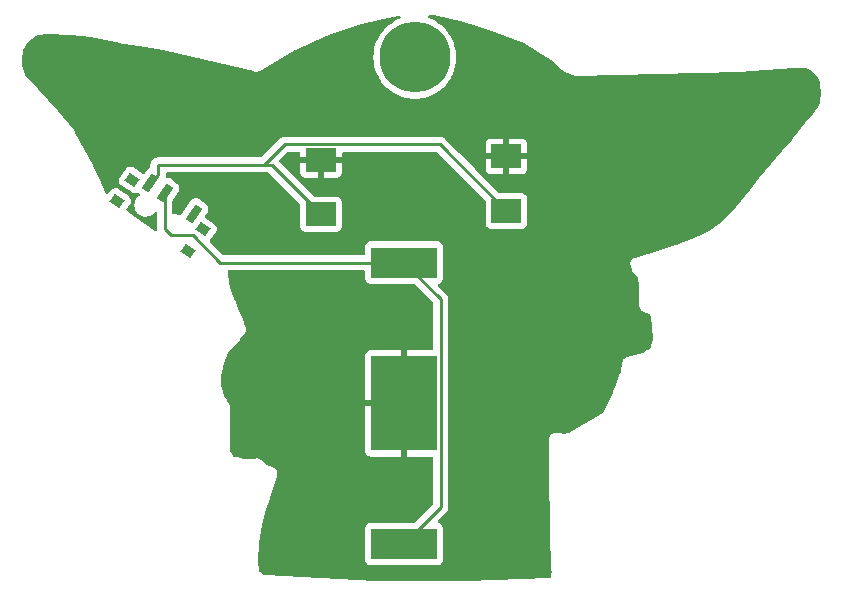
<source format=gbr>
%TF.GenerationSoftware,KiCad,Pcbnew,(6.0.0)*%
%TF.CreationDate,2022-03-29T21:45:28-05:00*%
%TF.ProjectId,Grogu,47726f67-752e-46b6-9963-61645f706362,rev?*%
%TF.SameCoordinates,Original*%
%TF.FileFunction,Copper,L2,Bot*%
%TF.FilePolarity,Positive*%
%FSLAX46Y46*%
G04 Gerber Fmt 4.6, Leading zero omitted, Abs format (unit mm)*
G04 Created by KiCad (PCBNEW (6.0.0)) date 2022-03-29 21:45:28*
%MOMM*%
%LPD*%
G01*
G04 APERTURE LIST*
G04 Aperture macros list*
%AMRotRect*
0 Rectangle, with rotation*
0 The origin of the aperture is its center*
0 $1 length*
0 $2 width*
0 $3 Rotation angle, in degrees counterclockwise*
0 Add horizontal line*
21,1,$1,$2,0,0,$3*%
G04 Aperture macros list end*
%TA.AperFunction,SMDPad,CuDef*%
%ADD10RotRect,1.000000X0.800000X145.000000*%
%TD*%
%TA.AperFunction,SMDPad,CuDef*%
%ADD11RotRect,0.700000X1.500000X145.000000*%
%TD*%
%TA.AperFunction,SMDPad,CuDef*%
%ADD12R,5.560000X2.600000*%
%TD*%
%TA.AperFunction,SMDPad,CuDef*%
%ADD13R,5.560000X8.000000*%
%TD*%
%TA.AperFunction,SMDPad,CuDef*%
%ADD14R,2.500000X2.000000*%
%TD*%
%TA.AperFunction,ViaPad*%
%ADD15C,0.800000*%
%TD*%
%TA.AperFunction,ViaPad*%
%ADD16C,6.000000*%
%TD*%
%TA.AperFunction,Conductor*%
%ADD17C,0.250000*%
%TD*%
G04 APERTURE END LIST*
D10*
%TO.P,SW1,*%
%TO.N,*%
X116182110Y-93560859D03*
X122161920Y-97747967D03*
X114914506Y-95371185D03*
X120894316Y-99558293D03*
D11*
%TO.P,SW1,1,A*%
%TO.N,unconnected-(SW1-Pad1)*%
X121387931Y-96412512D03*
%TO.P,SW1,2,B*%
%TO.N,Net-(BT1-Pad1)*%
X118930475Y-94691782D03*
%TO.P,SW1,3,C*%
%TO.N,Net-(D1-Pad2)*%
X117701747Y-93831418D03*
%TD*%
D12*
%TO.P,BT1,1,+*%
%TO.N,Net-(BT1-Pad1)*%
X139175000Y-124380000D03*
X139175000Y-100570000D03*
D13*
%TO.P,BT1,2,-*%
%TO.N,GND*%
X139175000Y-112475000D03*
%TD*%
D14*
%TO.P,D2,1,K*%
%TO.N,GND*%
X132150000Y-91875000D03*
%TO.P,D2,2,A*%
%TO.N,Net-(D1-Pad2)*%
X132150000Y-96475000D03*
%TD*%
%TO.P,D1,1,K*%
%TO.N,GND*%
X147850000Y-91575000D03*
%TO.P,D1,2,A*%
%TO.N,Net-(D1-Pad2)*%
X147850000Y-96175000D03*
%TD*%
D15*
%TO.N,GND*%
X173325000Y-85900000D03*
X151250000Y-126725000D03*
X127750000Y-126050000D03*
X109275000Y-83375000D03*
D16*
%TO.N,*%
X140100000Y-83175000D03*
%TD*%
D17*
%TO.N,Net-(BT1-Pad1)*%
X119422544Y-98248558D02*
X118930475Y-97756489D01*
X139175000Y-124380000D02*
X142279511Y-121275489D01*
X118930475Y-97756489D02*
X118930475Y-94691782D01*
X123620000Y-100570000D02*
X121298558Y-98248558D01*
X142279511Y-121275489D02*
X142279511Y-103674511D01*
X139175000Y-100570000D02*
X123620000Y-100570000D01*
X142279511Y-103674511D02*
X139175000Y-100570000D01*
X121298558Y-98248558D02*
X119422544Y-98248558D01*
%TO.N,Net-(D1-Pad2)*%
X118340258Y-92292907D02*
X118357093Y-92292907D01*
X142225489Y-90550489D02*
X147850000Y-96175000D01*
X118357093Y-92292907D02*
X118357093Y-93176072D01*
X118357093Y-92292907D02*
X127332093Y-92292907D01*
X129074511Y-90550489D02*
X142225489Y-90550489D01*
X127332093Y-92292907D02*
X129074511Y-90550489D01*
X127332093Y-92292907D02*
X127967907Y-92292907D01*
X118357093Y-93176072D02*
X117701747Y-93831418D01*
X127967907Y-92292907D02*
X132150000Y-96475000D01*
%TD*%
%TA.AperFunction,Conductor*%
%TO.N,GND*%
G36*
X141451064Y-79629904D02*
G01*
X141727974Y-79632376D01*
X141754470Y-79635437D01*
X143890818Y-80115515D01*
X143899786Y-80117880D01*
X144783515Y-80386155D01*
X146656186Y-80954645D01*
X146664529Y-80957500D01*
X147696173Y-81351400D01*
X149336987Y-81977892D01*
X149358538Y-81988579D01*
X150549706Y-82728722D01*
X151819849Y-83517937D01*
X151842445Y-83535865D01*
X152469524Y-84162944D01*
X152477445Y-84171641D01*
X152505249Y-84205192D01*
X152512681Y-84210215D01*
X152512687Y-84210220D01*
X152552707Y-84237266D01*
X152557719Y-84240834D01*
X152596351Y-84269787D01*
X152596357Y-84269791D01*
X152603538Y-84275172D01*
X152632744Y-84286121D01*
X152648016Y-84291846D01*
X152657436Y-84295821D01*
X153419377Y-84654382D01*
X153423900Y-84656851D01*
X153427549Y-84659936D01*
X153435749Y-84663572D01*
X153435752Y-84663574D01*
X153489214Y-84687280D01*
X153491765Y-84688446D01*
X153516700Y-84700180D01*
X153520810Y-84701440D01*
X153525992Y-84703589D01*
X153552364Y-84715283D01*
X153560573Y-84718923D01*
X153579503Y-84721453D01*
X153580818Y-84721629D01*
X153601071Y-84726057D01*
X153612005Y-84729411D01*
X153612010Y-84729412D01*
X153620589Y-84732043D01*
X153629563Y-84732161D01*
X153629564Y-84732161D01*
X153655328Y-84732499D01*
X153661707Y-84732965D01*
X153661715Y-84732821D01*
X153666570Y-84733091D01*
X153671394Y-84733736D01*
X153676257Y-84733631D01*
X153698818Y-84733144D01*
X153703189Y-84733126D01*
X153724023Y-84733399D01*
X153766091Y-84733951D01*
X153773035Y-84732019D01*
X153781874Y-84731351D01*
X167577233Y-84433610D01*
X167590466Y-84434021D01*
X167591654Y-84434120D01*
X167591659Y-84434120D01*
X167596519Y-84434527D01*
X167601376Y-84434182D01*
X167601381Y-84434182D01*
X167612324Y-84433404D01*
X167620373Y-84432832D01*
X167626566Y-84432545D01*
X167633897Y-84432387D01*
X167642946Y-84432192D01*
X167642949Y-84432192D01*
X167647430Y-84432095D01*
X167654221Y-84430973D01*
X167665836Y-84429603D01*
X168605415Y-84362857D01*
X172195439Y-84107828D01*
X172201628Y-84107541D01*
X172871070Y-84092988D01*
X173183477Y-84086196D01*
X173241095Y-84098746D01*
X173377686Y-84164838D01*
X173751231Y-84345586D01*
X173794283Y-84379727D01*
X174092836Y-84748527D01*
X174105842Y-84768069D01*
X174366540Y-85252221D01*
X174381062Y-85300337D01*
X174481315Y-86383075D01*
X174485000Y-86422868D01*
X174482537Y-86461815D01*
X174422735Y-86730926D01*
X174360096Y-87012805D01*
X174357247Y-87023415D01*
X174252283Y-87355800D01*
X174229653Y-87397641D01*
X173770490Y-87958841D01*
X173431206Y-88373522D01*
X173429315Y-88375687D01*
X173427322Y-88377521D01*
X173424287Y-88381331D01*
X173405246Y-88405233D01*
X173404213Y-88406512D01*
X173386578Y-88428066D01*
X173386571Y-88428076D01*
X173383731Y-88431547D01*
X173382335Y-88433857D01*
X173380575Y-88436203D01*
X172499793Y-89541867D01*
X172235397Y-89873768D01*
X172232255Y-89877557D01*
X171990101Y-90158236D01*
X171165622Y-91113880D01*
X171164273Y-91115341D01*
X171162764Y-91116649D01*
X171139124Y-91144586D01*
X171138418Y-91145413D01*
X171116536Y-91170776D01*
X171115456Y-91172461D01*
X171114203Y-91174039D01*
X169784999Y-92744916D01*
X169776404Y-92754008D01*
X169775760Y-92754720D01*
X169772227Y-92758068D01*
X169756629Y-92778254D01*
X169753127Y-92782584D01*
X169738638Y-92799707D01*
X169736255Y-92803508D01*
X169736253Y-92803511D01*
X169735841Y-92804168D01*
X169728786Y-92814287D01*
X169249547Y-93434478D01*
X168479841Y-94430566D01*
X168477069Y-94434026D01*
X167271511Y-95885617D01*
X167266444Y-95891354D01*
X166177511Y-97051304D01*
X166156499Y-97069258D01*
X165850320Y-97277460D01*
X164999397Y-97856088D01*
X164984907Y-97864586D01*
X164641974Y-98036052D01*
X163750189Y-98481944D01*
X163739071Y-98486848D01*
X162647355Y-98906739D01*
X162322449Y-99031703D01*
X162164457Y-99092469D01*
X162155676Y-99095479D01*
X161151928Y-99398770D01*
X158713125Y-100135674D01*
X158709661Y-100136667D01*
X158655463Y-100151366D01*
X158655461Y-100151367D01*
X158646799Y-100153716D01*
X158639145Y-100158402D01*
X158639144Y-100158402D01*
X158615499Y-100172877D01*
X158602890Y-100179643D01*
X158569633Y-100195125D01*
X158562886Y-100201044D01*
X158562885Y-100201045D01*
X158555751Y-100207303D01*
X158538445Y-100220048D01*
X158522692Y-100229692D01*
X158516661Y-100236338D01*
X158516659Y-100236339D01*
X158498032Y-100256863D01*
X158487828Y-100266897D01*
X158460250Y-100291093D01*
X158450346Y-100306678D01*
X158437311Y-100323768D01*
X158424898Y-100337445D01*
X158420973Y-100345519D01*
X158408857Y-100370443D01*
X158401878Y-100382940D01*
X158382199Y-100413904D01*
X158379704Y-100422528D01*
X158377066Y-100431643D01*
X158369351Y-100451709D01*
X158365201Y-100460245D01*
X158365199Y-100460250D01*
X158361279Y-100468315D01*
X158359779Y-100477161D01*
X158355144Y-100504487D01*
X158351953Y-100518438D01*
X158346521Y-100537212D01*
X158341755Y-100553685D01*
X158341807Y-100572155D01*
X158340034Y-100593570D01*
X158338447Y-100602929D01*
X158338447Y-100602933D01*
X158336946Y-100611782D01*
X158337989Y-100620695D01*
X158337989Y-100620698D01*
X158341211Y-100648231D01*
X158342064Y-100662518D01*
X158342168Y-100699199D01*
X158344713Y-100707811D01*
X158362024Y-100766395D01*
X158362592Y-100768378D01*
X158470436Y-101156616D01*
X158474474Y-101178484D01*
X158476056Y-101195224D01*
X158479375Y-101203565D01*
X158490455Y-101231413D01*
X158492538Y-101237595D01*
X158492595Y-101237575D01*
X158494096Y-101241792D01*
X158495296Y-101246110D01*
X158497093Y-101250210D01*
X158497096Y-101250217D01*
X158505329Y-101268995D01*
X158506988Y-101272963D01*
X158529854Y-101330429D01*
X158535199Y-101337271D01*
X158535444Y-101337682D01*
X158538929Y-101345630D01*
X158544696Y-101352509D01*
X158544697Y-101352511D01*
X158578622Y-101392978D01*
X158581355Y-101396354D01*
X158598685Y-101418537D01*
X158602237Y-101421867D01*
X158605521Y-101425461D01*
X158605418Y-101425555D01*
X158609911Y-101430302D01*
X158632413Y-101457143D01*
X158639880Y-101462128D01*
X158649654Y-101468653D01*
X158665869Y-101481523D01*
X158921581Y-101721252D01*
X158953006Y-101767942D01*
X158989575Y-101863021D01*
X158997810Y-101901831D01*
X159031526Y-102562660D01*
X159115168Y-104202047D01*
X159114676Y-104221310D01*
X159113645Y-104231372D01*
X159112189Y-104245584D01*
X159117875Y-104276415D01*
X159119063Y-104282859D01*
X159119405Y-104285091D01*
X159119519Y-104287315D01*
X159120380Y-104291713D01*
X159125741Y-104319111D01*
X159125994Y-104320444D01*
X159138578Y-104388686D01*
X159139846Y-104391201D01*
X159140385Y-104393958D01*
X159172264Y-104455536D01*
X159172834Y-104456654D01*
X159200397Y-104511341D01*
X159200401Y-104511347D01*
X159204071Y-104518628D01*
X159205990Y-104520682D01*
X159207284Y-104523182D01*
X159212916Y-104529082D01*
X159212917Y-104529083D01*
X159255181Y-104573355D01*
X159256049Y-104574273D01*
X159303402Y-104624968D01*
X159305823Y-104626403D01*
X159307764Y-104628436D01*
X159314806Y-104632507D01*
X159314808Y-104632508D01*
X159367757Y-104663114D01*
X159368925Y-104663798D01*
X159399587Y-104681968D01*
X159401668Y-104682800D01*
X159403625Y-104683846D01*
X159433746Y-104701257D01*
X159452234Y-104705774D01*
X159461243Y-104707975D01*
X159478131Y-104713385D01*
X159945094Y-104900170D01*
X160000913Y-104944040D01*
X160013733Y-104966650D01*
X160044214Y-105036321D01*
X160054183Y-105074590D01*
X160234594Y-106923815D01*
X160232189Y-106963383D01*
X160217758Y-107028324D01*
X160093315Y-107588323D01*
X160087468Y-107614633D01*
X160061265Y-107667961D01*
X159917066Y-107841000D01*
X159850610Y-107920747D01*
X159820135Y-107947217D01*
X159780949Y-107971475D01*
X159528186Y-108127948D01*
X159461191Y-108169421D01*
X159427849Y-108183895D01*
X158731821Y-108372649D01*
X158093975Y-108545624D01*
X158073105Y-108549433D01*
X158053775Y-108551299D01*
X158019080Y-108565184D01*
X158013816Y-108567155D01*
X158011156Y-108568084D01*
X158006834Y-108569256D01*
X158002727Y-108571027D01*
X158002715Y-108571031D01*
X157981532Y-108580164D01*
X157978464Y-108581439D01*
X157927022Y-108602027D01*
X157927016Y-108602030D01*
X157918679Y-108605367D01*
X157913312Y-108609578D01*
X157907048Y-108612278D01*
X157900128Y-108618008D01*
X157900127Y-108618008D01*
X157857433Y-108653356D01*
X157854848Y-108655439D01*
X157811252Y-108689638D01*
X157811250Y-108689640D01*
X157804188Y-108695180D01*
X157800219Y-108700726D01*
X157794964Y-108705077D01*
X157789938Y-108712507D01*
X157789936Y-108712509D01*
X157758869Y-108758435D01*
X157756971Y-108761162D01*
X157719506Y-108813516D01*
X157717253Y-108819954D01*
X157713431Y-108825604D01*
X157701083Y-108864117D01*
X157693768Y-108886932D01*
X157692713Y-108890078D01*
X157684186Y-108914445D01*
X157682576Y-108919047D01*
X157681693Y-108923841D01*
X157681357Y-108925108D01*
X157679555Y-108931262D01*
X157669004Y-108964171D01*
X157668773Y-108973143D01*
X157668772Y-108973147D01*
X157668402Y-108987503D01*
X157666359Y-109007079D01*
X157511646Y-109846953D01*
X157504872Y-109870536D01*
X157017147Y-111101465D01*
X157012608Y-111112921D01*
X157008361Y-111122463D01*
X157002498Y-111134286D01*
X157001032Y-111138928D01*
X157001029Y-111138936D01*
X156997396Y-111150441D01*
X156994385Y-111158912D01*
X156989285Y-111171783D01*
X156986022Y-111185412D01*
X156983642Y-111193997D01*
X156978726Y-111209564D01*
X156854504Y-111602934D01*
X156847730Y-111619961D01*
X156114510Y-113132226D01*
X156090228Y-113166351D01*
X156018189Y-113238390D01*
X155995242Y-113256535D01*
X153407354Y-114852803D01*
X153397555Y-114858261D01*
X153123949Y-114995064D01*
X153081515Y-115007595D01*
X153004544Y-115016147D01*
X152788106Y-115040195D01*
X152770488Y-115040912D01*
X152278283Y-115026435D01*
X152035950Y-115019308D01*
X152025895Y-115018486D01*
X152018324Y-115016344D01*
X152009352Y-115016422D01*
X152009350Y-115016422D01*
X151970188Y-115016764D01*
X151956602Y-115016882D01*
X151951808Y-115016833D01*
X151949738Y-115016772D01*
X151932945Y-115016278D01*
X151932938Y-115016278D01*
X151928473Y-115016147D01*
X151924030Y-115016650D01*
X151919656Y-115016833D01*
X151912537Y-115017266D01*
X151899154Y-115017383D01*
X151872816Y-115017613D01*
X151864224Y-115020207D01*
X151864223Y-115020207D01*
X151858045Y-115022072D01*
X151835824Y-115026646D01*
X151834304Y-115026818D01*
X151820499Y-115028383D01*
X151783871Y-115043754D01*
X151771531Y-115048192D01*
X151742105Y-115057076D01*
X151742103Y-115057077D01*
X151733511Y-115059671D01*
X151720592Y-115068093D01*
X151700542Y-115078723D01*
X151686321Y-115084691D01*
X151679354Y-115090346D01*
X151655481Y-115109723D01*
X151644883Y-115117446D01*
X151611610Y-115139136D01*
X151605768Y-115145952D01*
X151605766Y-115145954D01*
X151601576Y-115150842D01*
X151585311Y-115166677D01*
X151580313Y-115170734D01*
X151580310Y-115170737D01*
X151573339Y-115176395D01*
X151553352Y-115205331D01*
X151550764Y-115209077D01*
X151542760Y-115219464D01*
X151516913Y-115249620D01*
X151513219Y-115257802D01*
X151510568Y-115263673D01*
X151499405Y-115283431D01*
X151490637Y-115296123D01*
X151487813Y-115304645D01*
X151487812Y-115304647D01*
X151478146Y-115333817D01*
X151473377Y-115346038D01*
X151460725Y-115374056D01*
X151460723Y-115374064D01*
X151457030Y-115382242D01*
X151455781Y-115391132D01*
X151454884Y-115397513D01*
X151449715Y-115419610D01*
X151444863Y-115434251D01*
X151444545Y-115443216D01*
X151444544Y-115443219D01*
X151443453Y-115473945D01*
X151442305Y-115487012D01*
X151441469Y-115492960D01*
X151441541Y-115497831D01*
X151441541Y-115497834D01*
X151441807Y-115515747D01*
X151441742Y-115522082D01*
X151439696Y-115579673D01*
X151441906Y-115588366D01*
X151442423Y-115593194D01*
X151443126Y-115604746D01*
X151487662Y-118607708D01*
X151613014Y-127059967D01*
X151614435Y-127155791D01*
X151595445Y-127224200D01*
X151542485Y-127271484D01*
X151493112Y-127283573D01*
X144517914Y-127541914D01*
X144513251Y-127542000D01*
X136769377Y-127542000D01*
X136761684Y-127541765D01*
X127457891Y-126972650D01*
X127428009Y-126967151D01*
X127188379Y-126892266D01*
X127156070Y-126876840D01*
X126956769Y-126743973D01*
X126911184Y-126689544D01*
X126901262Y-126651429D01*
X126810943Y-125730169D01*
X126810699Y-125708393D01*
X126904924Y-124459907D01*
X126905870Y-124451317D01*
X126924568Y-124322305D01*
X127148917Y-122774293D01*
X127150878Y-122763873D01*
X127458561Y-121438471D01*
X127464528Y-121419624D01*
X127812058Y-120562384D01*
X127815732Y-120554175D01*
X127815935Y-120553762D01*
X127823211Y-120538949D01*
X127827157Y-120526289D01*
X127830673Y-120516464D01*
X127832803Y-120511210D01*
X127834488Y-120507054D01*
X127838776Y-120489748D01*
X127840780Y-120482580D01*
X127935499Y-120178692D01*
X128229840Y-119234346D01*
X128419066Y-118627248D01*
X128427006Y-118607708D01*
X128431879Y-118598108D01*
X128431881Y-118598103D01*
X128435944Y-118590099D01*
X128442856Y-118553217D01*
X128444049Y-118547567D01*
X128444505Y-118545628D01*
X128445842Y-118541340D01*
X128450278Y-118513835D01*
X128450827Y-118510686D01*
X128461096Y-118455892D01*
X128462749Y-118447074D01*
X128462099Y-118440542D01*
X128463144Y-118434061D01*
X128455100Y-118369829D01*
X128454745Y-118366670D01*
X128449224Y-118311205D01*
X128449224Y-118311204D01*
X128448335Y-118302275D01*
X128445878Y-118296189D01*
X128445062Y-118289674D01*
X128441493Y-118281441D01*
X128441492Y-118281438D01*
X128419307Y-118230266D01*
X128418107Y-118227401D01*
X128393859Y-118167342D01*
X128389795Y-118162193D01*
X128387182Y-118156166D01*
X128345794Y-118106381D01*
X128343783Y-118103899D01*
X128309261Y-118060164D01*
X128303702Y-118053121D01*
X128298354Y-118049318D01*
X128294157Y-118044270D01*
X128240432Y-118008084D01*
X128237848Y-118006295D01*
X128216554Y-117991153D01*
X128216549Y-117991150D01*
X128212583Y-117988330D01*
X128208228Y-117986153D01*
X128207732Y-117985855D01*
X128202214Y-117982343D01*
X128180912Y-117967995D01*
X128173465Y-117962979D01*
X128150915Y-117955799D01*
X128132804Y-117948441D01*
X127855217Y-117809648D01*
X127578318Y-117671198D01*
X127559067Y-117659300D01*
X127061519Y-117286140D01*
X127055727Y-117281269D01*
X127051716Y-117276242D01*
X126999079Y-117239234D01*
X126995951Y-117236962D01*
X126979207Y-117224405D01*
X126979201Y-117224401D01*
X126975618Y-117221714D01*
X126971690Y-117219561D01*
X126967924Y-117217135D01*
X126968007Y-117217006D01*
X126963259Y-117214051D01*
X126932678Y-117192551D01*
X126915832Y-117186813D01*
X126895929Y-117178049D01*
X126880321Y-117169497D01*
X126843833Y-117161461D01*
X126830310Y-117157681D01*
X126803435Y-117148527D01*
X126803431Y-117148526D01*
X126794934Y-117145632D01*
X126782605Y-117145092D01*
X126777162Y-117144853D01*
X126755589Y-117142027D01*
X126738212Y-117138200D01*
X126729259Y-117138807D01*
X126729256Y-117138807D01*
X126705696Y-117140406D01*
X126700927Y-117140729D01*
X126691267Y-117140845D01*
X126688104Y-117140950D01*
X126683235Y-117140737D01*
X126678402Y-117141274D01*
X126678399Y-117141274D01*
X126669234Y-117142292D01*
X126658362Y-117143500D01*
X126652997Y-117143979D01*
X126640117Y-117144853D01*
X126601989Y-117147439D01*
X126601987Y-117147440D01*
X126593031Y-117148047D01*
X126584782Y-117151079D01*
X126572974Y-117152988D01*
X126300228Y-117183293D01*
X126247406Y-117189162D01*
X126226093Y-117189716D01*
X126116901Y-117183293D01*
X125481383Y-117145909D01*
X125461131Y-117143055D01*
X125077142Y-117056657D01*
X124778023Y-116989355D01*
X124715955Y-116954887D01*
X124697340Y-116930756D01*
X124492137Y-116585150D01*
X124453258Y-116519669D01*
X135887001Y-116519669D01*
X135887371Y-116526490D01*
X135892895Y-116577352D01*
X135896521Y-116592604D01*
X135941676Y-116713054D01*
X135950214Y-116728649D01*
X136026715Y-116830724D01*
X136039276Y-116843285D01*
X136141351Y-116919786D01*
X136156946Y-116928324D01*
X136277394Y-116973478D01*
X136292649Y-116977105D01*
X136343514Y-116982631D01*
X136350328Y-116983000D01*
X138902885Y-116983000D01*
X138918124Y-116978525D01*
X138919329Y-116977135D01*
X138921000Y-116969452D01*
X138921000Y-112747115D01*
X138916525Y-112731876D01*
X138915135Y-112730671D01*
X138907452Y-112729000D01*
X135905116Y-112729000D01*
X135889877Y-112733475D01*
X135888672Y-112734865D01*
X135887001Y-112742548D01*
X135887001Y-116519669D01*
X124453258Y-116519669D01*
X124445070Y-116505879D01*
X124427478Y-116445614D01*
X124408066Y-115843849D01*
X124408000Y-115839787D01*
X124408000Y-113767605D01*
X124408194Y-113760616D01*
X124436198Y-113256535D01*
X124454639Y-112924602D01*
X124456982Y-112906435D01*
X124460545Y-112888950D01*
X124462337Y-112880156D01*
X124461589Y-112871219D01*
X124461590Y-112871210D01*
X124459232Y-112843025D01*
X124459203Y-112842442D01*
X124459241Y-112841758D01*
X124456207Y-112806865D01*
X124450208Y-112735147D01*
X124449901Y-112734350D01*
X124449827Y-112733501D01*
X124423769Y-112666563D01*
X124409992Y-112630825D01*
X124409648Y-112630228D01*
X124409410Y-112629677D01*
X124400297Y-112606267D01*
X124400296Y-112606264D01*
X124397039Y-112597899D01*
X124378295Y-112573533D01*
X124368970Y-112559577D01*
X124198460Y-112263428D01*
X124163602Y-112202885D01*
X135887000Y-112202885D01*
X135891475Y-112218124D01*
X135892865Y-112219329D01*
X135900548Y-112221000D01*
X138902885Y-112221000D01*
X138918124Y-112216525D01*
X138919329Y-112215135D01*
X138921000Y-112207452D01*
X138921000Y-107985116D01*
X138916525Y-107969877D01*
X138915135Y-107968672D01*
X138907452Y-107967001D01*
X136350331Y-107967001D01*
X136343510Y-107967371D01*
X136292648Y-107972895D01*
X136277396Y-107976521D01*
X136156946Y-108021676D01*
X136141351Y-108030214D01*
X136039276Y-108106715D01*
X136026715Y-108119276D01*
X135950214Y-108221351D01*
X135941676Y-108236946D01*
X135896522Y-108357394D01*
X135892895Y-108372649D01*
X135887369Y-108423514D01*
X135887000Y-108430328D01*
X135887000Y-112202885D01*
X124163602Y-112202885D01*
X123948289Y-111828920D01*
X123937656Y-111805001D01*
X123836993Y-111495267D01*
X123664170Y-110963505D01*
X123658000Y-110924561D01*
X123658000Y-110328050D01*
X123661762Y-110297491D01*
X123691984Y-110176602D01*
X123860080Y-109504216D01*
X123863720Y-109492227D01*
X123864740Y-109489384D01*
X123866385Y-109484799D01*
X123867303Y-109480028D01*
X123867305Y-109480019D01*
X123870569Y-109463043D01*
X123872064Y-109456279D01*
X123875593Y-109442164D01*
X123876679Y-109437820D01*
X123877572Y-109429161D01*
X123879172Y-109418307D01*
X123930709Y-109150318D01*
X123985748Y-108864115D01*
X123993830Y-108837901D01*
X124004375Y-108813516D01*
X124319804Y-108084086D01*
X124345290Y-108046085D01*
X125278509Y-107090104D01*
X125282293Y-107086388D01*
X125298149Y-107071459D01*
X125298150Y-107071458D01*
X125301693Y-107068122D01*
X125304684Y-107064277D01*
X125306304Y-107062496D01*
X125308068Y-107060473D01*
X125307965Y-107060385D01*
X125310859Y-107056964D01*
X125313992Y-107053755D01*
X125330393Y-107031312D01*
X125332648Y-107028324D01*
X125657566Y-106610572D01*
X125665198Y-106601650D01*
X125688922Y-106576400D01*
X125688923Y-106576398D01*
X125695072Y-106569854D01*
X125699135Y-106561851D01*
X125699137Y-106561848D01*
X125720966Y-106518848D01*
X125723896Y-106513410D01*
X125747819Y-106471511D01*
X125747819Y-106471510D01*
X125752266Y-106463722D01*
X125754348Y-106454999D01*
X125755597Y-106451841D01*
X125755709Y-106451592D01*
X125755793Y-106451301D01*
X125756878Y-106448106D01*
X125760942Y-106440102D01*
X125762595Y-106431283D01*
X125762598Y-106431274D01*
X125771481Y-106383879D01*
X125772767Y-106377837D01*
X125783966Y-106330920D01*
X125783966Y-106330918D01*
X125786051Y-106322184D01*
X125785600Y-106313216D01*
X125785910Y-106309862D01*
X125785951Y-106309567D01*
X125785950Y-106309268D01*
X125786095Y-106305899D01*
X125787749Y-106297078D01*
X125786861Y-106288151D01*
X125786861Y-106288141D01*
X125782082Y-106240132D01*
X125781621Y-106233973D01*
X125779202Y-106185819D01*
X125778752Y-106176852D01*
X125775804Y-106168373D01*
X125775803Y-106168370D01*
X125763130Y-106131925D01*
X125760172Y-106122164D01*
X125668566Y-105768831D01*
X125609725Y-105541873D01*
X125609187Y-105539063D01*
X125609238Y-105536159D01*
X125590322Y-105466994D01*
X125589910Y-105465444D01*
X125583712Y-105441537D01*
X125583712Y-105441536D01*
X125582588Y-105437202D01*
X125581610Y-105434862D01*
X125581139Y-105433316D01*
X125581026Y-105433002D01*
X125579744Y-105428314D01*
X125577756Y-105423880D01*
X125577752Y-105423868D01*
X125567499Y-105400998D01*
X125566253Y-105398123D01*
X125540681Y-105336942D01*
X125537288Y-105332750D01*
X125534523Y-105327436D01*
X125244533Y-104680534D01*
X125242278Y-104675175D01*
X125222628Y-104625293D01*
X124933111Y-103890366D01*
X124929487Y-103879821D01*
X124927634Y-103873536D01*
X124926258Y-103868868D01*
X124924182Y-103864473D01*
X124924178Y-103864461D01*
X124918278Y-103851967D01*
X124914985Y-103844354D01*
X124909278Y-103829867D01*
X124907062Y-103825975D01*
X124907059Y-103825968D01*
X124903223Y-103819229D01*
X124898789Y-103810698D01*
X124511979Y-102991573D01*
X124503461Y-102967456D01*
X124329275Y-102248937D01*
X124326314Y-102231388D01*
X124256979Y-101514929D01*
X124256567Y-101509415D01*
X124253454Y-101450266D01*
X124247446Y-101336122D01*
X124263840Y-101267045D01*
X124314978Y-101217796D01*
X124373272Y-101203500D01*
X135760500Y-101203500D01*
X135828621Y-101223502D01*
X135875114Y-101277158D01*
X135886500Y-101329500D01*
X135886500Y-101918134D01*
X135893255Y-101980316D01*
X135944385Y-102116705D01*
X136031739Y-102233261D01*
X136148295Y-102320615D01*
X136284684Y-102371745D01*
X136346866Y-102378500D01*
X140035406Y-102378500D01*
X140103527Y-102398502D01*
X140124501Y-102415405D01*
X141609106Y-103900010D01*
X141643132Y-103962322D01*
X141646011Y-103989105D01*
X141646011Y-107841000D01*
X141626009Y-107909121D01*
X141572353Y-107955614D01*
X141520011Y-107967000D01*
X139447115Y-107967000D01*
X139431876Y-107971475D01*
X139430671Y-107972865D01*
X139429000Y-107980548D01*
X139429000Y-116964884D01*
X139433475Y-116980123D01*
X139434865Y-116981328D01*
X139442548Y-116982999D01*
X141520011Y-116982999D01*
X141588132Y-117003001D01*
X141634625Y-117056657D01*
X141646011Y-117108999D01*
X141646011Y-120960895D01*
X141626009Y-121029016D01*
X141609106Y-121049990D01*
X140124500Y-122534595D01*
X140062188Y-122568621D01*
X140035405Y-122571500D01*
X136346866Y-122571500D01*
X136284684Y-122578255D01*
X136148295Y-122629385D01*
X136031739Y-122716739D01*
X135944385Y-122833295D01*
X135893255Y-122969684D01*
X135886500Y-123031866D01*
X135886500Y-125728134D01*
X135893255Y-125790316D01*
X135944385Y-125926705D01*
X136031739Y-126043261D01*
X136148295Y-126130615D01*
X136284684Y-126181745D01*
X136346866Y-126188500D01*
X142003134Y-126188500D01*
X142065316Y-126181745D01*
X142201705Y-126130615D01*
X142318261Y-126043261D01*
X142405615Y-125926705D01*
X142456745Y-125790316D01*
X142463500Y-125728134D01*
X142463500Y-123031866D01*
X142456745Y-122969684D01*
X142405615Y-122833295D01*
X142318261Y-122716739D01*
X142201705Y-122629385D01*
X142188506Y-122624437D01*
X142108429Y-122594417D01*
X142051665Y-122551775D01*
X142026965Y-122485213D01*
X142042173Y-122415865D01*
X142063564Y-122387340D01*
X142671758Y-121779146D01*
X142680048Y-121771602D01*
X142686529Y-121767489D01*
X142733170Y-121717821D01*
X142735924Y-121714980D01*
X142755646Y-121695258D01*
X142758123Y-121692065D01*
X142765828Y-121683044D01*
X142790670Y-121656589D01*
X142796097Y-121650810D01*
X142799918Y-121643860D01*
X142805857Y-121633057D01*
X142816713Y-121616530D01*
X142824268Y-121606791D01*
X142824269Y-121606789D01*
X142829125Y-121600529D01*
X142846685Y-121559949D01*
X142851902Y-121549301D01*
X142869386Y-121517498D01*
X142869387Y-121517496D01*
X142873206Y-121510549D01*
X142878244Y-121490926D01*
X142884648Y-121472223D01*
X142889544Y-121460909D01*
X142889544Y-121460908D01*
X142892692Y-121453634D01*
X142893931Y-121445811D01*
X142893934Y-121445801D01*
X142899610Y-121409965D01*
X142902016Y-121398345D01*
X142911039Y-121363200D01*
X142911039Y-121363199D01*
X142913011Y-121355519D01*
X142913011Y-121335265D01*
X142914562Y-121315554D01*
X142916491Y-121303375D01*
X142917731Y-121295546D01*
X142913570Y-121251527D01*
X142913011Y-121239670D01*
X142913011Y-103753279D01*
X142913538Y-103742096D01*
X142915213Y-103734603D01*
X142913073Y-103666512D01*
X142913011Y-103662555D01*
X142913011Y-103634655D01*
X142912507Y-103630664D01*
X142911574Y-103618822D01*
X142910434Y-103582547D01*
X142910185Y-103574622D01*
X142904532Y-103555163D01*
X142900523Y-103535804D01*
X142900357Y-103534494D01*
X142897985Y-103515714D01*
X142895069Y-103508348D01*
X142895067Y-103508342D01*
X142881711Y-103474609D01*
X142877866Y-103463379D01*
X142867741Y-103428528D01*
X142867741Y-103428527D01*
X142865530Y-103420918D01*
X142860438Y-103412308D01*
X142855216Y-103403477D01*
X142846519Y-103385724D01*
X142841983Y-103374269D01*
X142839063Y-103366894D01*
X142821257Y-103342386D01*
X142813074Y-103331123D01*
X142806558Y-103321203D01*
X142803741Y-103316439D01*
X142784053Y-103283149D01*
X142769732Y-103268828D01*
X142756891Y-103253794D01*
X142749642Y-103243817D01*
X142744983Y-103237404D01*
X142710906Y-103209213D01*
X142702127Y-103201223D01*
X142063564Y-102562660D01*
X142029538Y-102500348D01*
X142034603Y-102429533D01*
X142077150Y-102372697D01*
X142108429Y-102355583D01*
X142193297Y-102323767D01*
X142201705Y-102320615D01*
X142318261Y-102233261D01*
X142405615Y-102116705D01*
X142456745Y-101980316D01*
X142463500Y-101918134D01*
X142463500Y-99221866D01*
X142456745Y-99159684D01*
X142405615Y-99023295D01*
X142318261Y-98906739D01*
X142201705Y-98819385D01*
X142065316Y-98768255D01*
X142003134Y-98761500D01*
X136346866Y-98761500D01*
X136284684Y-98768255D01*
X136148295Y-98819385D01*
X136031739Y-98906739D01*
X135944385Y-99023295D01*
X135893255Y-99159684D01*
X135886500Y-99221866D01*
X135886500Y-99810500D01*
X135866498Y-99878621D01*
X135812842Y-99925114D01*
X135760500Y-99936500D01*
X123934594Y-99936500D01*
X123866473Y-99916498D01*
X123845499Y-99899595D01*
X122768039Y-98822134D01*
X122734013Y-98759822D01*
X122739078Y-98689006D01*
X122753921Y-98660768D01*
X123243115Y-97962127D01*
X123243116Y-97962125D01*
X123245074Y-97959329D01*
X123275207Y-97904518D01*
X123311553Y-97763468D01*
X123308752Y-97676745D01*
X123307141Y-97626858D01*
X123307141Y-97626856D01*
X123306851Y-97617886D01*
X123261478Y-97479476D01*
X123179081Y-97359364D01*
X123132019Y-97318164D01*
X123129242Y-97316220D01*
X123129235Y-97316214D01*
X122342656Y-96765446D01*
X122298328Y-96709989D01*
X122291019Y-96639370D01*
X122311714Y-96589962D01*
X122547005Y-96253932D01*
X122547006Y-96253930D01*
X122548964Y-96251134D01*
X122579097Y-96196323D01*
X122615443Y-96055273D01*
X122610740Y-95909692D01*
X122565368Y-95771282D01*
X122482971Y-95651169D01*
X122442333Y-95615593D01*
X122438468Y-95612209D01*
X122438465Y-95612207D01*
X122435909Y-95609969D01*
X122433132Y-95608025D01*
X122433125Y-95608019D01*
X121786443Y-95155208D01*
X121786441Y-95155207D01*
X121783645Y-95153249D01*
X121780651Y-95151603D01*
X121735761Y-95126924D01*
X121735760Y-95126923D01*
X121728834Y-95123116D01*
X121587783Y-95086770D01*
X121520028Y-95088958D01*
X121451174Y-95091182D01*
X121451172Y-95091182D01*
X121442202Y-95091472D01*
X121303792Y-95136845D01*
X121183679Y-95219242D01*
X121142480Y-95266304D01*
X121140531Y-95269087D01*
X121140529Y-95269090D01*
X120282605Y-96494332D01*
X120227148Y-96538660D01*
X120156529Y-96545969D01*
X120129352Y-96537698D01*
X120061248Y-96508227D01*
X120061245Y-96508226D01*
X120055389Y-96505692D01*
X120049142Y-96504387D01*
X120049139Y-96504386D01*
X119869516Y-96466861D01*
X119869511Y-96466860D01*
X119864780Y-96465872D01*
X119858388Y-96465537D01*
X119715410Y-96465537D01*
X119712234Y-96465860D01*
X119712226Y-96465860D01*
X119702706Y-96466827D01*
X119632913Y-96453810D01*
X119581237Y-96405127D01*
X119563975Y-96341472D01*
X119563975Y-95323527D01*
X119586762Y-95251256D01*
X120089549Y-94533202D01*
X120089550Y-94533200D01*
X120091508Y-94530404D01*
X120121641Y-94475593D01*
X120157987Y-94334543D01*
X120153284Y-94188962D01*
X120107912Y-94050552D01*
X120025515Y-93930439D01*
X119978453Y-93889239D01*
X119975676Y-93887295D01*
X119975669Y-93887289D01*
X119328987Y-93434478D01*
X119328985Y-93434477D01*
X119326189Y-93432519D01*
X119302572Y-93419535D01*
X119278305Y-93406194D01*
X119278304Y-93406193D01*
X119271378Y-93402386D01*
X119130327Y-93366040D01*
X119121110Y-93366338D01*
X119120658Y-93366352D01*
X119119991Y-93366179D01*
X119112434Y-93365345D01*
X119112554Y-93364254D01*
X119051927Y-93348558D01*
X119003727Y-93296430D01*
X118990593Y-93240418D01*
X118990593Y-93235848D01*
X118992144Y-93216137D01*
X118994073Y-93203958D01*
X118995313Y-93196129D01*
X118991152Y-93152110D01*
X118990593Y-93140253D01*
X118990593Y-93052407D01*
X119010595Y-92984286D01*
X119064251Y-92937793D01*
X119116593Y-92926407D01*
X127253326Y-92926407D01*
X127264509Y-92926934D01*
X127272002Y-92928609D01*
X127279928Y-92928360D01*
X127279929Y-92928360D01*
X127340079Y-92926469D01*
X127344038Y-92926407D01*
X127653313Y-92926407D01*
X127721434Y-92946409D01*
X127742408Y-92963312D01*
X130354595Y-95575499D01*
X130388621Y-95637811D01*
X130391500Y-95664594D01*
X130391500Y-97523134D01*
X130398255Y-97585316D01*
X130449385Y-97721705D01*
X130536739Y-97838261D01*
X130653295Y-97925615D01*
X130789684Y-97976745D01*
X130851866Y-97983500D01*
X133448134Y-97983500D01*
X133510316Y-97976745D01*
X133646705Y-97925615D01*
X133763261Y-97838261D01*
X133850615Y-97721705D01*
X133901745Y-97585316D01*
X133908500Y-97523134D01*
X133908500Y-95426866D01*
X133901745Y-95364684D01*
X133850615Y-95228295D01*
X133763261Y-95111739D01*
X133646705Y-95024385D01*
X133510316Y-94973255D01*
X133448134Y-94966500D01*
X131589594Y-94966500D01*
X131521473Y-94946498D01*
X131500499Y-94929595D01*
X129490573Y-92919669D01*
X130392001Y-92919669D01*
X130392371Y-92926490D01*
X130397895Y-92977352D01*
X130401521Y-92992604D01*
X130446676Y-93113054D01*
X130455214Y-93128649D01*
X130531715Y-93230724D01*
X130544276Y-93243285D01*
X130646351Y-93319786D01*
X130661946Y-93328324D01*
X130782394Y-93373478D01*
X130797649Y-93377105D01*
X130848514Y-93382631D01*
X130855328Y-93383000D01*
X131877885Y-93383000D01*
X131893124Y-93378525D01*
X131894329Y-93377135D01*
X131896000Y-93369452D01*
X131896000Y-93364884D01*
X132404000Y-93364884D01*
X132408475Y-93380123D01*
X132409865Y-93381328D01*
X132417548Y-93382999D01*
X133444669Y-93382999D01*
X133451490Y-93382629D01*
X133502352Y-93377105D01*
X133517604Y-93373479D01*
X133638054Y-93328324D01*
X133653649Y-93319786D01*
X133755724Y-93243285D01*
X133768285Y-93230724D01*
X133844786Y-93128649D01*
X133853324Y-93113054D01*
X133898478Y-92992606D01*
X133902105Y-92977351D01*
X133907631Y-92926486D01*
X133908000Y-92919672D01*
X133908000Y-92147115D01*
X133903525Y-92131876D01*
X133902135Y-92130671D01*
X133894452Y-92129000D01*
X132422115Y-92129000D01*
X132406876Y-92133475D01*
X132405671Y-92134865D01*
X132404000Y-92142548D01*
X132404000Y-93364884D01*
X131896000Y-93364884D01*
X131896000Y-92147115D01*
X131891525Y-92131876D01*
X131890135Y-92130671D01*
X131882452Y-92129000D01*
X130410116Y-92129000D01*
X130394877Y-92133475D01*
X130393672Y-92134865D01*
X130392001Y-92142548D01*
X130392001Y-92919669D01*
X129490573Y-92919669D01*
X128634999Y-92064095D01*
X128600973Y-92001783D01*
X128606038Y-91930968D01*
X128634999Y-91885905D01*
X129300010Y-91220894D01*
X129362322Y-91186868D01*
X129389105Y-91183989D01*
X130266000Y-91183989D01*
X130334121Y-91203991D01*
X130380614Y-91257647D01*
X130392000Y-91309989D01*
X130392000Y-91602885D01*
X130396475Y-91618124D01*
X130397865Y-91619329D01*
X130405548Y-91621000D01*
X133889884Y-91621000D01*
X133905123Y-91616525D01*
X133906328Y-91615135D01*
X133907999Y-91607452D01*
X133907999Y-91309989D01*
X133928001Y-91241868D01*
X133981657Y-91195375D01*
X134033999Y-91183989D01*
X141910895Y-91183989D01*
X141979016Y-91203991D01*
X141999990Y-91220894D01*
X146054595Y-95275500D01*
X146088621Y-95337812D01*
X146091500Y-95364595D01*
X146091500Y-97223134D01*
X146098255Y-97285316D01*
X146149385Y-97421705D01*
X146236739Y-97538261D01*
X146353295Y-97625615D01*
X146489684Y-97676745D01*
X146551866Y-97683500D01*
X149148134Y-97683500D01*
X149210316Y-97676745D01*
X149346705Y-97625615D01*
X149463261Y-97538261D01*
X149550615Y-97421705D01*
X149601745Y-97285316D01*
X149608500Y-97223134D01*
X149608500Y-95126866D01*
X149601745Y-95064684D01*
X149550615Y-94928295D01*
X149463261Y-94811739D01*
X149346705Y-94724385D01*
X149210316Y-94673255D01*
X149148134Y-94666500D01*
X147289594Y-94666500D01*
X147221473Y-94646498D01*
X147200499Y-94629595D01*
X145190574Y-92619669D01*
X146092001Y-92619669D01*
X146092371Y-92626490D01*
X146097895Y-92677352D01*
X146101521Y-92692604D01*
X146146676Y-92813054D01*
X146155214Y-92828649D01*
X146231715Y-92930724D01*
X146244276Y-92943285D01*
X146346351Y-93019786D01*
X146361946Y-93028324D01*
X146482394Y-93073478D01*
X146497649Y-93077105D01*
X146548514Y-93082631D01*
X146555328Y-93083000D01*
X147577885Y-93083000D01*
X147593124Y-93078525D01*
X147594329Y-93077135D01*
X147596000Y-93069452D01*
X147596000Y-93064884D01*
X148104000Y-93064884D01*
X148108475Y-93080123D01*
X148109865Y-93081328D01*
X148117548Y-93082999D01*
X149144669Y-93082999D01*
X149151490Y-93082629D01*
X149202352Y-93077105D01*
X149217604Y-93073479D01*
X149338054Y-93028324D01*
X149353649Y-93019786D01*
X149455724Y-92943285D01*
X149468285Y-92930724D01*
X149544786Y-92828649D01*
X149553324Y-92813054D01*
X149598478Y-92692606D01*
X149602105Y-92677351D01*
X149607631Y-92626486D01*
X149608000Y-92619672D01*
X149608000Y-91847115D01*
X149603525Y-91831876D01*
X149602135Y-91830671D01*
X149594452Y-91829000D01*
X148122115Y-91829000D01*
X148106876Y-91833475D01*
X148105671Y-91834865D01*
X148104000Y-91842548D01*
X148104000Y-93064884D01*
X147596000Y-93064884D01*
X147596000Y-91847115D01*
X147591525Y-91831876D01*
X147590135Y-91830671D01*
X147582452Y-91829000D01*
X146110116Y-91829000D01*
X146094877Y-91833475D01*
X146093672Y-91834865D01*
X146092001Y-91842548D01*
X146092001Y-92619669D01*
X145190574Y-92619669D01*
X144979644Y-92408739D01*
X143873790Y-91302885D01*
X146092000Y-91302885D01*
X146096475Y-91318124D01*
X146097865Y-91319329D01*
X146105548Y-91321000D01*
X147577885Y-91321000D01*
X147593124Y-91316525D01*
X147594329Y-91315135D01*
X147596000Y-91307452D01*
X147596000Y-91302885D01*
X148104000Y-91302885D01*
X148108475Y-91318124D01*
X148109865Y-91319329D01*
X148117548Y-91321000D01*
X149589884Y-91321000D01*
X149605123Y-91316525D01*
X149606328Y-91315135D01*
X149607999Y-91307452D01*
X149607999Y-90530331D01*
X149607629Y-90523510D01*
X149602105Y-90472648D01*
X149598479Y-90457396D01*
X149553324Y-90336946D01*
X149544786Y-90321351D01*
X149468285Y-90219276D01*
X149455724Y-90206715D01*
X149353649Y-90130214D01*
X149338054Y-90121676D01*
X149217606Y-90076522D01*
X149202351Y-90072895D01*
X149151486Y-90067369D01*
X149144672Y-90067000D01*
X148122115Y-90067000D01*
X148106876Y-90071475D01*
X148105671Y-90072865D01*
X148104000Y-90080548D01*
X148104000Y-91302885D01*
X147596000Y-91302885D01*
X147596000Y-90085116D01*
X147591525Y-90069877D01*
X147590135Y-90068672D01*
X147582452Y-90067001D01*
X146555331Y-90067001D01*
X146548510Y-90067371D01*
X146497648Y-90072895D01*
X146482396Y-90076521D01*
X146361946Y-90121676D01*
X146346351Y-90130214D01*
X146244276Y-90206715D01*
X146231715Y-90219276D01*
X146155214Y-90321351D01*
X146146676Y-90336946D01*
X146101522Y-90457394D01*
X146097895Y-90472649D01*
X146092369Y-90523514D01*
X146092000Y-90530328D01*
X146092000Y-91302885D01*
X143873790Y-91302885D01*
X142729141Y-90158236D01*
X142721601Y-90149950D01*
X142717489Y-90143471D01*
X142667837Y-90096845D01*
X142664996Y-90094091D01*
X142645259Y-90074354D01*
X142642062Y-90071874D01*
X142633040Y-90064169D01*
X142619605Y-90051553D01*
X142600810Y-90033903D01*
X142593864Y-90030084D01*
X142593861Y-90030082D01*
X142583055Y-90024141D01*
X142566536Y-90013290D01*
X142566072Y-90012930D01*
X142550530Y-90000875D01*
X142543261Y-89997730D01*
X142543257Y-89997727D01*
X142509952Y-89983315D01*
X142499302Y-89978098D01*
X142460549Y-89956794D01*
X142440926Y-89951756D01*
X142422223Y-89945352D01*
X142410909Y-89940456D01*
X142410908Y-89940456D01*
X142403634Y-89937308D01*
X142395811Y-89936069D01*
X142395801Y-89936066D01*
X142359965Y-89930390D01*
X142348345Y-89927984D01*
X142313200Y-89918961D01*
X142313199Y-89918961D01*
X142305519Y-89916989D01*
X142285265Y-89916989D01*
X142265554Y-89915438D01*
X142253375Y-89913509D01*
X142245546Y-89912269D01*
X142216275Y-89915036D01*
X142201528Y-89916430D01*
X142189670Y-89916989D01*
X129153278Y-89916989D01*
X129142095Y-89916462D01*
X129134602Y-89914787D01*
X129126676Y-89915036D01*
X129126675Y-89915036D01*
X129066525Y-89916927D01*
X129062566Y-89916989D01*
X129034655Y-89916989D01*
X129030721Y-89917486D01*
X129030720Y-89917486D01*
X129030655Y-89917494D01*
X129018818Y-89918427D01*
X128987001Y-89919427D01*
X128982540Y-89919567D01*
X128974621Y-89919816D01*
X128956965Y-89924945D01*
X128955169Y-89925467D01*
X128935817Y-89929475D01*
X128928746Y-89930369D01*
X128915714Y-89932015D01*
X128908345Y-89934932D01*
X128908343Y-89934933D01*
X128874608Y-89948289D01*
X128863380Y-89952134D01*
X128820918Y-89964471D01*
X128814096Y-89968505D01*
X128814090Y-89968508D01*
X128803479Y-89974783D01*
X128785729Y-89983479D01*
X128774267Y-89988017D01*
X128774262Y-89988020D01*
X128766894Y-89990937D01*
X128749481Y-90003588D01*
X128731136Y-90016916D01*
X128721218Y-90023432D01*
X128709974Y-90030082D01*
X128683148Y-90045947D01*
X128668824Y-90060271D01*
X128653792Y-90073110D01*
X128637404Y-90085017D01*
X128609223Y-90119082D01*
X128601233Y-90127862D01*
X127106593Y-91622502D01*
X127044281Y-91656528D01*
X127017498Y-91659407D01*
X118428886Y-91659407D01*
X118405277Y-91657175D01*
X118404974Y-91657117D01*
X118404970Y-91657117D01*
X118397187Y-91655632D01*
X118341142Y-91659158D01*
X118333231Y-91659407D01*
X118300402Y-91659407D01*
X118296478Y-91659903D01*
X118296474Y-91659903D01*
X118282157Y-91661712D01*
X118267833Y-91663522D01*
X118259991Y-91664264D01*
X118237443Y-91665682D01*
X118230111Y-91668065D01*
X118223172Y-91669164D01*
X118189320Y-91673440D01*
X118189318Y-91673440D01*
X118181461Y-91674433D01*
X118032641Y-91733355D01*
X117903151Y-91827435D01*
X117801125Y-91950763D01*
X117797752Y-91957930D01*
X117797750Y-91957934D01*
X117789720Y-91975000D01*
X117732975Y-92095589D01*
X117702983Y-92252813D01*
X117712999Y-92412009D01*
X117713033Y-92412557D01*
X117712945Y-92412563D01*
X117706435Y-92479401D01*
X117662442Y-92535125D01*
X117628803Y-92552080D01*
X117626141Y-92552953D01*
X117626137Y-92552955D01*
X117617608Y-92555751D01*
X117497495Y-92638148D01*
X117456296Y-92685210D01*
X117454347Y-92687993D01*
X117454345Y-92687996D01*
X117365912Y-92814291D01*
X117246881Y-92984286D01*
X117219046Y-93024038D01*
X117163589Y-93068366D01*
X117092970Y-93075675D01*
X117043562Y-93054980D01*
X116256997Y-92504222D01*
X116256995Y-92504221D01*
X116254199Y-92502263D01*
X116199388Y-92472130D01*
X116058338Y-92435784D01*
X115990583Y-92437972D01*
X115921729Y-92440196D01*
X115921727Y-92440196D01*
X115912757Y-92440486D01*
X115774347Y-92485859D01*
X115766946Y-92490936D01*
X115676541Y-92552953D01*
X115654234Y-92568255D01*
X115613034Y-92615317D01*
X115611090Y-92618094D01*
X115611084Y-92618101D01*
X115178534Y-93235848D01*
X115098956Y-93349497D01*
X115097310Y-93352491D01*
X115081457Y-93381328D01*
X115068823Y-93404308D01*
X115032477Y-93545358D01*
X115037179Y-93690940D01*
X115082552Y-93829350D01*
X115164949Y-93949462D01*
X115212011Y-93990662D01*
X115214788Y-93992606D01*
X115214795Y-93992612D01*
X116107223Y-94617496D01*
X116110021Y-94619455D01*
X116164832Y-94649588D01*
X116305882Y-94685934D01*
X116375236Y-94683694D01*
X116442491Y-94681522D01*
X116442493Y-94681522D01*
X116451463Y-94681232D01*
X116459987Y-94678438D01*
X116459991Y-94678437D01*
X116559609Y-94645780D01*
X116575350Y-94640620D01*
X116646311Y-94638407D01*
X116686868Y-94657137D01*
X116753724Y-94703950D01*
X116757093Y-94706309D01*
X116801421Y-94761766D01*
X116808730Y-94832386D01*
X116776699Y-94895746D01*
X116759289Y-94910780D01*
X116756767Y-94912178D01*
X116608919Y-95038899D01*
X116489571Y-95192761D01*
X116486755Y-95198484D01*
X116486753Y-95198487D01*
X116430699Y-95312405D01*
X116403599Y-95367479D01*
X116401990Y-95373657D01*
X116401989Y-95373659D01*
X116360051Y-95534663D01*
X116354515Y-95555915D01*
X116350223Y-95637811D01*
X116346458Y-95709657D01*
X116344324Y-95750372D01*
X116373442Y-95942907D01*
X116375645Y-95948893D01*
X116375646Y-95948899D01*
X116438477Y-96119668D01*
X116438479Y-96119673D01*
X116440680Y-96125654D01*
X116543291Y-96291148D01*
X116547672Y-96295781D01*
X116547673Y-96295782D01*
X116590880Y-96341472D01*
X116677083Y-96432630D01*
X116682313Y-96436292D01*
X116682314Y-96436293D01*
X116725970Y-96466861D01*
X116836592Y-96544319D01*
X116842455Y-96546856D01*
X117009442Y-96619118D01*
X117009446Y-96619119D01*
X117015301Y-96621653D01*
X117021548Y-96622958D01*
X117021551Y-96622959D01*
X117201174Y-96660484D01*
X117201179Y-96660485D01*
X117205910Y-96661473D01*
X117212302Y-96661808D01*
X117355280Y-96661808D01*
X117424568Y-96654770D01*
X117493995Y-96647718D01*
X117493996Y-96647718D01*
X117500344Y-96647073D01*
X117581460Y-96621653D01*
X117680068Y-96590752D01*
X117680073Y-96590750D01*
X117686158Y-96588843D01*
X117778425Y-96537698D01*
X117850888Y-96497531D01*
X117850891Y-96497529D01*
X117856467Y-96494438D01*
X117861308Y-96490289D01*
X117861312Y-96490286D01*
X117999472Y-96371868D01*
X118004315Y-96367717D01*
X118011514Y-96358437D01*
X118071416Y-96281211D01*
X118128972Y-96239644D01*
X118199864Y-96235794D01*
X118261584Y-96270881D01*
X118294536Y-96333767D01*
X118296975Y-96358437D01*
X118296975Y-97677722D01*
X118296448Y-97688905D01*
X118294773Y-97696398D01*
X118295022Y-97704324D01*
X118295022Y-97704325D01*
X118296913Y-97764475D01*
X118296975Y-97768434D01*
X118296975Y-97770099D01*
X118276973Y-97838220D01*
X118223317Y-97884713D01*
X118153043Y-97894817D01*
X118097873Y-97872724D01*
X116441969Y-96693176D01*
X115728451Y-96184916D01*
X115684572Y-96129102D01*
X115677835Y-96058426D01*
X115698341Y-96010021D01*
X115995695Y-95585354D01*
X115995699Y-95585348D01*
X115997660Y-95582547D01*
X116027793Y-95527736D01*
X116064139Y-95386686D01*
X116059437Y-95241104D01*
X116014064Y-95102694D01*
X115931667Y-94982582D01*
X115913719Y-94966869D01*
X115887164Y-94943622D01*
X115887161Y-94943620D01*
X115884605Y-94941382D01*
X115881828Y-94939438D01*
X115881821Y-94939432D01*
X114989393Y-94314548D01*
X114989391Y-94314547D01*
X114986595Y-94312589D01*
X114931784Y-94282456D01*
X114790734Y-94246110D01*
X114722979Y-94248298D01*
X114654125Y-94250522D01*
X114654123Y-94250522D01*
X114645153Y-94250812D01*
X114506743Y-94296185D01*
X114499342Y-94301262D01*
X114450827Y-94334543D01*
X114386630Y-94378581D01*
X114345430Y-94425643D01*
X114343486Y-94428420D01*
X114343480Y-94428427D01*
X114150557Y-94703950D01*
X114095100Y-94748278D01*
X114024481Y-94755587D01*
X113961120Y-94723556D01*
X113933409Y-94685482D01*
X113901305Y-94617496D01*
X113399254Y-93554331D01*
X112849578Y-92390313D01*
X112845285Y-92379737D01*
X112844548Y-92378028D01*
X112842971Y-92373424D01*
X112830923Y-92350532D01*
X112828514Y-92345706D01*
X112818782Y-92325097D01*
X112816070Y-92320989D01*
X112809729Y-92310264D01*
X111358044Y-89552062D01*
X111353040Y-89541364D01*
X111351765Y-89538268D01*
X111349559Y-89529570D01*
X111345002Y-89521844D01*
X111345001Y-89521841D01*
X111319959Y-89479383D01*
X111316991Y-89474059D01*
X111309643Y-89460098D01*
X111309635Y-89460085D01*
X111307549Y-89456122D01*
X111304924Y-89452497D01*
X111304920Y-89452490D01*
X111303948Y-89451148D01*
X111297482Y-89441274D01*
X111292759Y-89433267D01*
X111280263Y-89418044D01*
X111275600Y-89411999D01*
X111249082Y-89375378D01*
X111243818Y-89368108D01*
X111236723Y-89362606D01*
X111230484Y-89356159D01*
X111230875Y-89355781D01*
X111222320Y-89347459D01*
X109917753Y-87758259D01*
X109914067Y-87753545D01*
X109911516Y-87750118D01*
X109908924Y-87746007D01*
X109889071Y-87723235D01*
X109886682Y-87720410D01*
X109872346Y-87702946D01*
X109872344Y-87702944D01*
X109869503Y-87699483D01*
X109866199Y-87696459D01*
X109863114Y-87693203D01*
X109863227Y-87693096D01*
X109859203Y-87688974D01*
X109623899Y-87419066D01*
X109054247Y-86765643D01*
X109046383Y-86755645D01*
X109044912Y-86753567D01*
X109044908Y-86753562D01*
X109042096Y-86749590D01*
X109026324Y-86733340D01*
X109021764Y-86728383D01*
X109011890Y-86717057D01*
X109008946Y-86713680D01*
X109005557Y-86710758D01*
X109005546Y-86710747D01*
X109002738Y-86708326D01*
X108994599Y-86700654D01*
X108895499Y-86598551D01*
X108197352Y-85879247D01*
X108194331Y-85876023D01*
X107604330Y-85223255D01*
X107112893Y-84679537D01*
X107087400Y-84636550D01*
X106905335Y-84114633D01*
X106801611Y-83817289D01*
X106795297Y-83762367D01*
X106819235Y-83538951D01*
X106843930Y-83308463D01*
X106915666Y-82638923D01*
X106932113Y-82588858D01*
X107329351Y-81907879D01*
X107359475Y-81872978D01*
X107660391Y-81632245D01*
X108011447Y-81351400D01*
X108070362Y-81325354D01*
X108241691Y-81298097D01*
X108944191Y-81186336D01*
X108968426Y-81184849D01*
X111006162Y-81256769D01*
X111016431Y-81257554D01*
X112663742Y-81451355D01*
X112674352Y-81453066D01*
X114790468Y-81887626D01*
X115408999Y-82014646D01*
X115414794Y-82015979D01*
X115419199Y-82017103D01*
X115423809Y-82018666D01*
X115428600Y-82019501D01*
X115428601Y-82019501D01*
X115453407Y-82023823D01*
X115457124Y-82024529D01*
X115479144Y-82029051D01*
X115479150Y-82029052D01*
X115483543Y-82029954D01*
X115488023Y-82030224D01*
X115492464Y-82030811D01*
X115492445Y-82030958D01*
X115498233Y-82031633D01*
X116742944Y-82248515D01*
X118745857Y-82597508D01*
X118752560Y-82598865D01*
X126466683Y-84379048D01*
X126473562Y-84381050D01*
X126479032Y-84383910D01*
X126487832Y-84385670D01*
X126487833Y-84385670D01*
X126542573Y-84396616D01*
X126546157Y-84397387D01*
X126571314Y-84403193D01*
X126575780Y-84403572D01*
X126580210Y-84404267D01*
X126580181Y-84404451D01*
X126585481Y-84405197D01*
X126605323Y-84409165D01*
X126612919Y-84410684D01*
X126612920Y-84410684D01*
X126621721Y-84412444D01*
X126630665Y-84411663D01*
X126630668Y-84411663D01*
X126639851Y-84410861D01*
X126661452Y-84410833D01*
X126670647Y-84411612D01*
X126670648Y-84411612D01*
X126679591Y-84412370D01*
X126688383Y-84410588D01*
X126688389Y-84410588D01*
X126715811Y-84405031D01*
X126729871Y-84402999D01*
X126746490Y-84401547D01*
X126766684Y-84399784D01*
X126775048Y-84396524D01*
X126775050Y-84396524D01*
X126783648Y-84393173D01*
X126804371Y-84387084D01*
X126822207Y-84383470D01*
X126854907Y-84366262D01*
X126862370Y-84362857D01*
X126866317Y-84360956D01*
X126870859Y-84359186D01*
X126875071Y-84356741D01*
X126875078Y-84356737D01*
X126892836Y-84346426D01*
X126897426Y-84343887D01*
X126943036Y-84319885D01*
X126950979Y-84315705D01*
X126957118Y-84309765D01*
X126966710Y-84303531D01*
X129980091Y-82553825D01*
X129990265Y-82548522D01*
X130220914Y-82441352D01*
X132408682Y-81424812D01*
X132421016Y-81419854D01*
X133277677Y-81126978D01*
X135284818Y-80440775D01*
X135296702Y-80437355D01*
X137381837Y-79946734D01*
X137385612Y-79945907D01*
X138738745Y-79671359D01*
X138809482Y-79677416D01*
X138865716Y-79720755D01*
X138889592Y-79787617D01*
X138873529Y-79856773D01*
X138822628Y-79906266D01*
X138808953Y-79912474D01*
X138671006Y-79965427D01*
X138668066Y-79966925D01*
X138346284Y-80130881D01*
X138346277Y-80130885D01*
X138343343Y-80132380D01*
X138034925Y-80332668D01*
X137749133Y-80564098D01*
X137489098Y-80824133D01*
X137257668Y-81109925D01*
X137057380Y-81418343D01*
X137055885Y-81421277D01*
X137055881Y-81421284D01*
X136936963Y-81654674D01*
X136890427Y-81746006D01*
X136758639Y-82089326D01*
X136663459Y-82444541D01*
X136639139Y-82598093D01*
X136609169Y-82787316D01*
X136605931Y-82807759D01*
X136586685Y-83175000D01*
X136605931Y-83542241D01*
X136663459Y-83905459D01*
X136758639Y-84260674D01*
X136759824Y-84263762D01*
X136759825Y-84263764D01*
X136772131Y-84295821D01*
X136890427Y-84603994D01*
X136891925Y-84606934D01*
X137029588Y-84877112D01*
X137057380Y-84931657D01*
X137059176Y-84934423D01*
X137059178Y-84934426D01*
X137191716Y-85138518D01*
X137257668Y-85240075D01*
X137489098Y-85525867D01*
X137749133Y-85785902D01*
X138034925Y-86017332D01*
X138343342Y-86217620D01*
X138346276Y-86219115D01*
X138346283Y-86219119D01*
X138668066Y-86383075D01*
X138671006Y-86384573D01*
X139014326Y-86516361D01*
X139369541Y-86611541D01*
X139562558Y-86642112D01*
X139729511Y-86668555D01*
X139729519Y-86668556D01*
X139732759Y-86669069D01*
X140100000Y-86688315D01*
X140467241Y-86669069D01*
X140470481Y-86668556D01*
X140470489Y-86668555D01*
X140637442Y-86642112D01*
X140830459Y-86611541D01*
X141185674Y-86516361D01*
X141528994Y-86384573D01*
X141531934Y-86383075D01*
X141853717Y-86219119D01*
X141853724Y-86219115D01*
X141856658Y-86217620D01*
X142165075Y-86017332D01*
X142450867Y-85785902D01*
X142710902Y-85525867D01*
X142942332Y-85240075D01*
X143008284Y-85138518D01*
X143140822Y-84934426D01*
X143140824Y-84934423D01*
X143142620Y-84931657D01*
X143170413Y-84877112D01*
X143308075Y-84606934D01*
X143309573Y-84603994D01*
X143427869Y-84295821D01*
X143440175Y-84263764D01*
X143440176Y-84263762D01*
X143441361Y-84260674D01*
X143536541Y-83905459D01*
X143594069Y-83542241D01*
X143613315Y-83175000D01*
X143594069Y-82807759D01*
X143590832Y-82787316D01*
X143560861Y-82598093D01*
X143536541Y-82444541D01*
X143441361Y-82089326D01*
X143309573Y-81746006D01*
X143263037Y-81654674D01*
X143144119Y-81421284D01*
X143144115Y-81421277D01*
X143142620Y-81418343D01*
X142942332Y-81109925D01*
X142710902Y-80824133D01*
X142450867Y-80564098D01*
X142165075Y-80332668D01*
X141916368Y-80171156D01*
X141859427Y-80134178D01*
X141859424Y-80134176D01*
X141856658Y-80132380D01*
X141853724Y-80130885D01*
X141853717Y-80130881D01*
X141531934Y-79966925D01*
X141528994Y-79965427D01*
X141286849Y-79872477D01*
X141230422Y-79829391D01*
X141206245Y-79762638D01*
X141221996Y-79693411D01*
X141272674Y-79643689D01*
X141333129Y-79628851D01*
X141451064Y-79629904D01*
G37*
%TD.AperFunction*%
%TD*%
M02*

</source>
